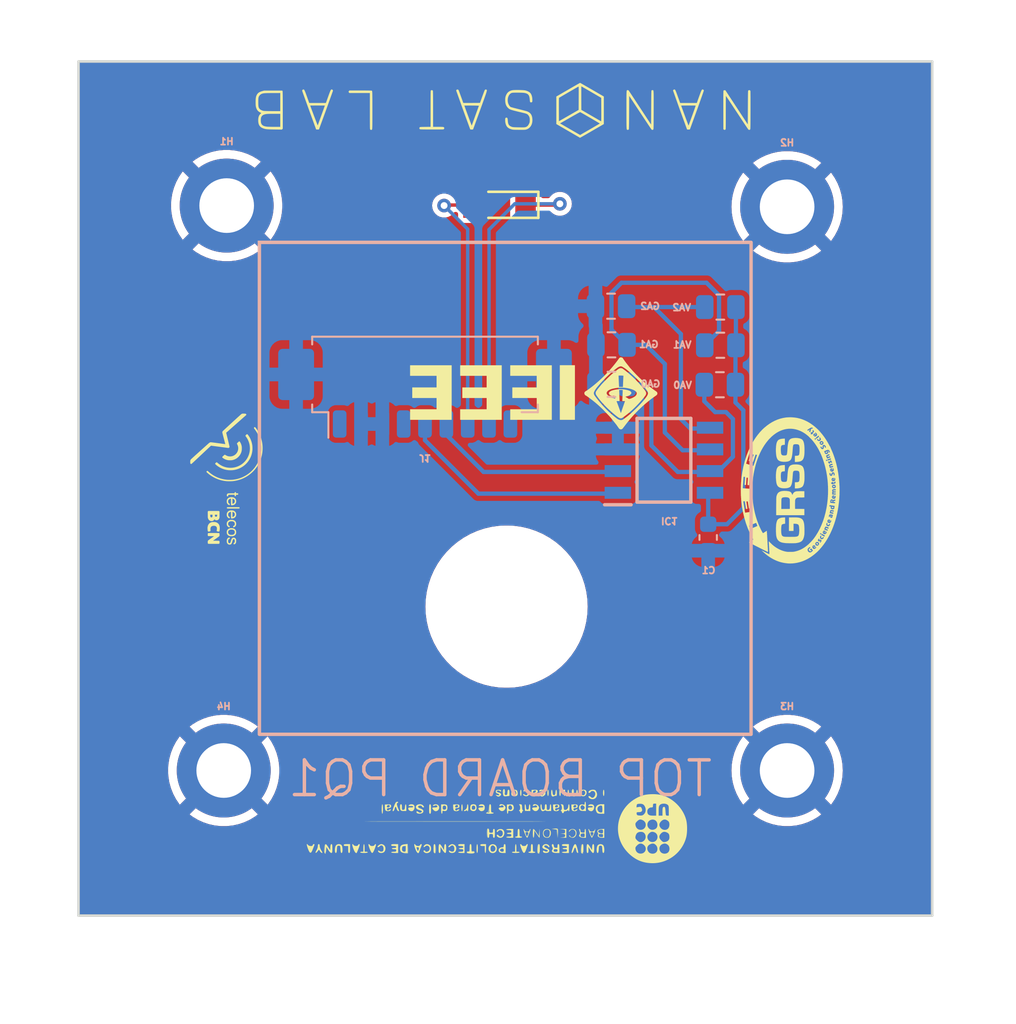
<source format=kicad_pcb>
(kicad_pcb (version 20221018) (generator pcbnew)
  (layers (0 "F.Cu" signal) (31 "B.Cu" signal) (34 "B.Paste" user) (35 "F.Paste" user) (36 "B.SilkS" user "B.Silkscreen") (37 "F.SilkS" user "F.Silkscreen") (38 "B.Mask" user) (39 "F.Mask" user) (44 "Edge.Cuts" user))
  (net 0 "")
  (net 1 "GND")
  (net 2 "/PH-")
  (net 3 "/PH+")
  (net 4 "/SDA")
  (net 5 "/SCL")
  (net 6 "/VCC")
  (net 7 "/SOLAR_Y")
  (net 8 "/3V3_PERM")
  (net 9 "/BURNCOMMS")
  (net 10 "Net-(IC1-A0)")
  (net 11 "Net-(IC1-A1)")
  (net 12 "Net-(IC1-A2)")
  (footprint "-nsl_passive:SLCD-61N8" (layer "F.Cu") (at 102.674 41.6015 180)
    (fp_text reference "D1" hide)
    (fp_text value "SLCD-61N8")
    (pad "1" smd rect (at 1.8855 -0.075 180) (size 1 1.5) (layers "F.Cu" "F.Paste" "F.Mask") (net 2 "/PH-"))
    (pad "2" smd rect (at -1.2645 -0.075 180) (size 1.2 1.2) (layers "F.Cu" "F.Paste" "F.Mask") (net 3 "/PH+"))
  )
  (footprint "MountingHole:MountingHole_3.2mm_M3_ISO14580_Pad" (layer "F.Cu") (at 86.4325 41.7089)
    (fp_text reference "H1" (at 0 -3.75 unlocked) (layer "B.SilkS") (effects (font (size 0.4 0.4) (thickness 0.1)) (justify mirror)))
    (fp_text value "MountingHole_Pad")
    (pad "1" thru_hole circle (at 0 0) (size 5.5 5.5) (drill 3.2) (layers "*.Cu" "*.Mask") (net 1 "GND"))
  )
  (footprint "-nsl_symbols:UPC_positiu" (layer "F.Cu") (at 102.5464 77.7622 180)
    (fp_text reference "Annotation5" hide)
    (fp_text value "Silkscreen_Annotation")
  )
  (footprint "MountingHole:MountingHole_3.2mm_M3_ISO14580_Pad" (layer "F.Cu") (at 119.26 41.78)
    (fp_text reference "H2" (at 0 -3.75 unlocked) (layer "B.SilkS") (effects (font (size 0.4 0.4)) (justify mirror)))
    (fp_text value "MountingHole_Pad")
    (pad "1" thru_hole circle (at 0 0) (size 5.5 5.5) (drill 3.2) (layers "*.Cu" "*.Mask") (net 1 "GND"))
  )
  (footprint "-nsl_symbols:IEEE_logo" (layer "F.Cu") (at 102.902 52.667 180)
    (fp_text reference "Annotation1" hide)
    (fp_text value "Silkscreen_Annotation")
  )
  (footprint "-nsl_symbols:NSL_long" (layer "F.Cu") (at 101.976298 36.05487 180)
    (fp_text reference "Annotation3" hide)
    (fp_text value "Silkscreen_Annotation")
  )
  (footprint "-nsl_symbols:GRSS" (layer "F.Cu") (at 119.525603 58.383679 90)
    (fp_text reference "Annotation2" hide)
    (fp_text value "Silkscreen_Annotation")
  )
  (footprint "MountingHole:MountingHole_3.2mm_M3_ISO14580_Pad" (layer "F.Cu") (at 119.26 74.78)
    (fp_text reference "H3" (at 0 -3.75 unlocked) (layer "B.SilkS") (effects (font (size 0.4 0.4)) (justify mirror)))
    (fp_text value "MountingHole_Pad")
    (pad "1" thru_hole circle (at 0 0) (size 5.5 5.5) (drill 3.2) (layers "*.Cu" "*.Mask") (net 1 "GND"))
  )
  (footprint "MountingHole:MountingHole_3.2mm_M3_ISO14580_Pad" (layer "F.Cu") (at 86.26 74.78)
    (fp_text reference "H4" (at 0 -3.75 unlocked) (layer "B.SilkS") (effects (font (size 0.4 0.4)) (justify mirror)))
    (fp_text value "MountingHole_Pad")
    (pad "1" thru_hole circle (at 0 0) (size 5.5 5.5) (drill 3.2) (layers "*.Cu" "*.Mask") (net 1 "GND"))
  )
  (footprint "-nsl_symbols:Telecos" (layer "F.Cu") (at 86.3666 58.0264 -90)
    (fp_text reference "Annotation4" hide)
    (fp_text value "Silkscreen_Annotation")
  )
  (footprint "MountingHole:MountingHole_8.4mm_M8" (layer "F.Cu") (at 102.826 65.187)
    (fp_text reference "H5" hide)
    (fp_text value "MountingHole")
    (pad "" np_thru_hole circle (at 0 0) (size 9 9) (drill 9) (layers "F&B.Cu" "*.Mask"))
  )
  (footprint "Connector_Molex:Molex_PicoBlade_53261-0971_1x09-1MP_P1.25mm_Horizontal" (layer "B.Cu") (at 98.0506 52.0954)
    (fp_text reference "J1" (at 0 4.4 180 unlocked) (layer "B.SilkS") (effects (font (size 0.4 0.4)) (justify mirror)))
    (fp_text value "Conn_01x11_MountingPin")
    (pad "1" smd roundrect (at -5 2.4) (size 0.8 1.6) (layers "B.Cu" "B.Paste" "B.Mask") (net 7 "/SOLAR_Y"))
    (pad "2" smd roundrect (at -3.75 2.4) (size 0.8 1.6) (layers "B.Cu" "B.Paste" "B.Mask") (net 1 "GND"))
    (pad "3" smd roundrect (at -2.5 2.4) (size 0.8 1.6) (layers "B.Cu" "B.Paste" "B.Mask") (net 1 "GND"))
    (pad "4" smd roundrect (at -1.25 2.4) (size 0.8 1.6) (layers "B.Cu" "B.Paste" "B.Mask") (net 8 "/3V3_PERM"))
    (pad "5" smd roundrect (at 0 2.4) (size 0.8 1.6) (layers "B.Cu" "B.Paste" "B.Mask") (net 4 "/SDA"))
    (pad "6" smd roundrect (at 1.25 2.4) (size 0.8 1.6) (layers "B.Cu" "B.Paste" "B.Mask") (net 5 "/SCL"))
    (pad "7" smd roundrect (at 2.5 2.4) (size 0.8 1.6) (layers "B.Cu" "B.Paste" "B.Mask") (net 2 "/PH-"))
    (pad "8" smd roundrect (at 3.75 2.4) (size 0.8 1.6) (layers "B.Cu" "B.Paste" "B.Mask") (net 3 "/PH+"))
    (pad "9" smd roundrect (at 5 2.4) (size 0.8 1.6) (layers "B.Cu" "B.Paste" "B.Mask") (net 9 "/BURNCOMMS"))
    (pad "MP" smd roundrect (at -7.55 -0.5) (size 2.1 3) (layers "B.Cu" "B.Paste" "B.Mask") (roundrect_rratio 0.1190480952) (net 1 "GND"))
    (pad "MP" smd roundrect (at 7.55 -0.5) (size 2.1 3) (layers "B.Cu" "B.Paste" "B.Mask") (roundrect_rratio 0.1190480952) (net 1 "GND"))
  )
  (footprint "Resistor_SMD:R_0805_2012Metric" (layer "B.Cu") (at 115.3226 52.197)
    (fp_text reference "VA0" (at -2.1844 0.0254 unlocked) (layer "B.SilkS") (effects (font (size 0.4 0.4)) (justify mirror)))
    (fp_text value "0R")
    (pad "1" smd roundrect (at -0.9125 0) (size 1.025 1.4) (layers "B.Cu" "B.Paste" "B.Mask") (roundrect_rratio 0.243902439) (net 10 "Net-(IC1-A0)"))
    (pad "2" smd roundrect (at 0.9125 0) (size 1.025 1.4) (layers "B.Cu" "B.Paste" "B.Mask") (roundrect_rratio 0.243902439) (net 6 "/VCC"))
  )
  (footprint "-nsl_sensor:TCN75AVOA" (layer "B.Cu") (at 112.0206 56.6674)
    (fp_text reference "IC1" (at 0.35 3.5 180 unlocked) (layer "B.SilkS") (effects (font (size 0.4 0.4)) (justify mirror)))
    (fp_text value "TCN75AVUA713")
    (pad "1" smd rect (at -2.675 1.855 270) (size 0.7 1.55) (layers "B.Cu" "B.Paste" "B.Mask") (net 4 "/SDA"))
    (pad "2" smd rect (at -2.675 0.585 270) (size 0.7 1.55) (layers "B.Cu" "B.Paste" "B.Mask") (net 5 "/SCL"))
    (pad "3" smd rect (at -2.675 -0.685 270) (size 0.7 1.55) (layers "B.Cu" "B.Paste" "B.Mask") (net 1 "GND"))
    (pad "4" smd rect (at -2.675 -1.955 270) (size 0.7 1.55) (layers "B.Cu" "B.Paste" "B.Mask") (net 1 "GND"))
    (pad "5" smd rect (at 2.725 -1.955 270) (size 0.7 1.55) (layers "B.Cu" "B.Paste" "B.Mask") (net 12 "Net-(IC1-A2)"))
    (pad "6" smd rect (at 2.725 -0.685 270) (size 0.7 1.55) (layers "B.Cu" "B.Paste" "B.Mask") (net 11 "Net-(IC1-A1)"))
    (pad "7" smd rect (at 2.725 0.585 270) (size 0.7 1.55) (layers "B.Cu" "B.Paste" "B.Mask") (net 10 "Net-(IC1-A0)"))
    (pad "8" smd rect (at 2.725 1.855 270) (size 0.7 1.55) (layers "B.Cu" "B.Paste" "B.Mask") (net 6 "/VCC"))
  )
  (footprint "Resistor_SMD:R_0805_2012Metric" (layer "B.Cu") (at 108.9726 52.1716)
    (fp_text reference "GA0" (at 2.286 -0.0254 unlocked) (layer "B.SilkS") (effects (font (size 0.4 0.4)) (justify mirror)))
    (fp_text value "0R")
    (pad "1" smd roundrect (at -0.9125 0) (size 1.025 1.4) (layers "B.Cu" "B.Paste" "B.Mask") (roundrect_rratio 0.243902439) (net 1 "GND"))
    (pad "2" smd roundrect (at 0.9125 0) (size 1.025 1.4) (layers "B.Cu" "B.Paste" "B.Mask") (roundrect_rratio 0.243902439) (net 10 "Net-(IC1-A0)"))
  )
  (footprint "Capacitor_SMD:C_0603_1608Metric" (layer "B.Cu") (at 114.6368 61.1378 -90)
    (fp_text reference "C1" (at 1.9304 -0.0254 unlocked) (layer "B.SilkS") (effects (font (size 0.4 0.4)) (justify mirror)))
    (fp_text value "1 uF")
    (pad "1" smd roundrect (at -0.775 0 270) (size 0.9 0.95) (layers "B.Cu" "B.Paste" "B.Mask") (net 6 "/VCC"))
    (pad "2" smd roundrect (at 0.775 0 270) (size 0.9 0.95) (layers "B.Cu" "B.Paste" "B.Mask") (net 1 "GND"))
  )
  (footprint "Resistor_SMD:R_0805_2012Metric" (layer "B.Cu") (at 115.348 47.6504)
    (fp_text reference "VA2" (at -2.2606 0.0254 unlocked) (layer "B.SilkS") (effects (font (size 0.4 0.4)) (justify mirror)))
    (fp_text value "0R")
    (pad "1" smd roundrect (at -0.9125 0) (size 1.025 1.4) (layers "B.Cu" "B.Paste" "B.Mask") (roundrect_rratio 0.243902439) (net 12 "Net-(IC1-A2)"))
    (pad "2" smd roundrect (at 0.9125 0) (size 1.025 1.4) (layers "B.Cu" "B.Paste" "B.Mask") (roundrect_rratio 0.243902439) (net 6 "/VCC"))
  )
  (footprint "Resistor_SMD:R_0805_2012Metric" (layer "B.Cu") (at 108.9726 49.8602)
    (fp_text reference "GA1" (at 2.1844 -0.0254 unlocked) (layer "B.SilkS") (effects (font (size 0.4 0.4)) (justify mirror)))
    (fp_text value "0R")
    (pad "1" smd roundrect (at -0.9125 0) (size 1.025 1.4) (layers "B.Cu" "B.Paste" "B.Mask") (roundrect_rratio 0.243902439) (net 1 "GND"))
    (pad "2" smd roundrect (at 0.9125 0) (size 1.025 1.4) (layers "B.Cu" "B.Paste" "B.Mask") (roundrect_rratio 0.243902439) (net 11 "Net-(IC1-A1)"))
  )
  (footprint "Resistor_SMD:R_0805_2012Metric" (layer "B.Cu") (at 108.9472 47.5996)
    (fp_text reference "GA2" (at 2.286 0 unlocked) (layer "B.SilkS") (effects (font (size 0.4 0.4)) (justify mirror)))
    (fp_text value "0R")
    (pad "1" smd roundrect (at -0.9125 0) (size 1.025 1.4) (layers "B.Cu" "B.Paste" "B.Mask") (roundrect_rratio 0.243902439) (net 1 "GND"))
    (pad "2" smd roundrect (at 0.9125 0) (size 1.025 1.4) (layers "B.Cu" "B.Paste" "B.Mask") (roundrect_rratio 0.243902439) (net 12 "Net-(IC1-A2)"))
  )
  (footprint "Resistor_SMD:R_0805_2012Metric" (layer "B.Cu") (at 115.348 49.8856)
    (fp_text reference "VA1" (at -2.2352 -0.0254 unlocked) (layer "B.SilkS") (effects (font (size 0.4 0.4)) (justify mirror)))
    (fp_text value "0R")
    (pad "1" smd roundrect (at -0.9125 0) (size 1.025 1.4) (layers "B.Cu" "B.Paste" "B.Mask") (roundrect_rratio 0.243902439) (net 11 "Net-(IC1-A1)"))
    (pad "2" smd roundrect (at 0.9125 0) (size 1.025 1.4) (layers "B.Cu" "B.Paste" "B.Mask") (roundrect_rratio 0.243902439) (net 6 "/VCC"))
  )
  (gr_rect (start 88.3494 43.8612) (end 117.1494 72.6612) (stroke (width 0.2)) (fill none) (layer "B.SilkS"))
  (gr_line (start 127.756 33.274) (end 127.756 83.274) (stroke (width 0.15)) (layer "Edge.Cuts"))
  (gr_line (start 77.756 83.274) (end 127.756 83.274) (stroke (width 0.15)) (layer "Edge.Cuts"))
  (gr_line (start 77.756 33.274) (end 77.756 83.274) (stroke (width 0.15)) (layer "Edge.Cuts"))
  (gr_line (start 77.756 33.274) (end 127.756 33.274) (stroke (width 0.15)) (layer "Edge.Cuts"))
  (gr_text "TOP BOARD PQ1" (at 115.0178 75.2602) (layer "B.SilkS") (effects (font (size 2.032 2.032) (thickness 0.203)) (justify left mirror)))
  (segment (start 99.1985 41.6765) (end 99.1682 41.7068) (width 0.2) (layer "F.Cu") (net 2))
  (segment (start 100.7885 41.6765) (end 99.1985 41.6765) (width 0.2) (layer "F.Cu") (net 2))
  (via (at 99.1682 41.7068) (size 0.8) (drill 0.4) (layers "F.Cu" "B.Cu") (net 2))
  (segment (start 100.5506 54.4954) (end 100.5506 43.0892) (width 0.2) (layer "B.Cu") (net 2))
  (segment (start 100.5506 43.0892) (end 99.1682 41.7068) (width 0.2) (layer "B.Cu") (net 2))
  (segment (start 103.9385 41.6765) (end 105.8787 41.6765) (width 0.2) (layer "F.Cu") (net 3))
  (segment (start 105.8787 41.6765) (end 105.95 41.6052) (width 0.2) (layer "F.Cu") (net 3))
  (via (at 105.95 41.6052) (size 0.8) (drill 0.4) (layers "F.Cu" "B.Cu") (net 3))
  (segment (start 101.8006 43.113) (end 103.3084 41.6052) (width 0.2) (layer "B.Cu") (net 3))
  (segment (start 103.3084 41.6052) (end 105.95 41.6052) (width 0.2) (layer "B.Cu") (net 3))
  (segment (start 101.8006 54.4954) (end 101.8006 43.113) (width 0.2) (layer "B.Cu") (net 3))
  (segment (start 98.0506 55.4482) (end 101.1748 58.5724) (width 0.25) (layer "B.Cu") (net 4))
  (segment (start 101.1748 58.5724) (end 109.3956 58.5724) (width 0.25) (layer "B.Cu") (net 4))
  (segment (start 98.0506 54.4954) (end 98.0506 55.4482) (width 0.25) (layer "B.Cu") (net 4))
  (segment (start 99.3006 54.4954) (end 99.3006 55.1234) (width 0.25) (layer "B.Cu") (net 5))
  (segment (start 101.4796 57.3024) (end 109.3956 57.3024) (width 0.25) (layer "B.Cu") (net 5))
  (segment (start 99.3006 55.1234) (end 101.4796 57.3024) (width 0.25) (layer "B.Cu") (net 5))
  (segment (start 116.6942 53.6956) (end 116.2351 53.2365) (width 0.25) (layer "B.Cu") (net 6))
  (segment (start 114.6368 60.3628) (end 115.742 60.3628) (width 0.25) (layer "B.Cu") (net 6))
  (segment (start 116.2605 49.8856) (end 116.2605 47.6504) (width 0.25) (layer "B.Cu") (net 6))
  (segment (start 116.6942 59.4106) (end 116.6942 53.6956) (width 0.25) (layer "B.Cu") (net 6))
  (segment (start 115.742 60.3628) (end 116.6942 59.4106) (width 0.25) (layer "B.Cu") (net 6))
  (segment (start 116.2351 52.197) (end 116.2351 49.911) (width 0.25) (layer "B.Cu") (net 6))
  (segment (start 114.6368 60.3628) (end 114.6368 58.5812) (width 0.25) (layer "B.Cu") (net 6))
  (segment (start 114.6368 58.5812) (end 114.6456 58.5724) (width 0.25) (layer "B.Cu") (net 6))
  (segment (start 116.2351 53.2365) (end 116.2351 52.197) (width 0.25) (layer "B.Cu") (net 6))
  (segment (start 109.8851 52.1716) (end 110.8014 52.1716) (width 0.25) (layer "B.Cu") (net 10))
  (segment (start 116.0846 56.4134) (end 115.4496 57.0484) (width 0.25) (layer "B.Cu") (net 10))
  (segment (start 116.0846 54.2036) (end 116.0846 56.4134) (width 0.25) (layer "B.Cu") (net 10))
  (segment (start 110.8014 52.1716) (end 111.3094 52.6796) (width 0.25) (layer "B.Cu") (net 10))
  (segment (start 111.3094 52.6796) (end 111.3094 55.753) (width 0.25) (layer "B.Cu") (net 10))
  (segment (start 115.0432 53.7972) (end 115.6782 53.7972) (width 0.25) (layer "B.Cu") (net 10))
  (segment (start 111.3094 55.753) (end 112.8588 57.3024) (width 0.25) (layer "B.Cu") (net 10))
  (segment (start 112.8588 57.3024) (end 114.6456 57.3024) (width 0.25) (layer "B.Cu") (net 10))
  (segment (start 114.4101 53.1641) (end 115.0432 53.7972) (width 0.25) (layer "B.Cu") (net 10))
  (segment (start 115.6782 53.7972) (end 116.0846 54.2036) (width 0.25) (layer "B.Cu") (net 10))
  (segment (start 114.4101 52.197) (end 114.4101 53.1641) (width 0.25) (layer "B.Cu") (net 10))
  (segment (start 108.9726 46.811027) (end 108.9726 48.9712) (width 0.25) (layer "B.Cu") (net 11))
  (segment (start 112.0968 54.991) (end 113.1382 56.0324) (width 0.25) (layer "B.Cu") (net 11))
  (segment (start 112.0968 50.9778) (end 112.0968 54.991) (width 0.25) (layer "B.Cu") (net 11))
  (segment (start 114.538773 46.228) (end 109.555627 46.228) (width 0.25) (layer "B.Cu") (net 11))
  (segment (start 115.273 49.0481) (end 115.273 46.962227) (width 0.25) (layer "B.Cu") (net 11))
  (segment (start 113.1382 56.0324) (end 114.6456 56.0324) (width 0.25) (layer "B.Cu") (net 11))
  (segment (start 109.8851 49.8602) (end 110.9792 49.8602) (width 0.25) (layer "B.Cu") (net 11))
  (segment (start 108.9726 48.9712) (end 109.8616 49.8602) (width 0.25) (layer "B.Cu") (net 11))
  (segment (start 114.4355 49.8856) (end 115.273 49.0481) (width 0.25) (layer "B.Cu") (net 11))
  (segment (start 115.273 46.962227) (end 114.538773 46.228) (width 0.25) (layer "B.Cu") (net 11))
  (segment (start 109.8616 49.8602) (end 109.8851 49.8602) (width 0.25) (layer "B.Cu") (net 11))
  (segment (start 110.9792 49.8602) (end 112.0968 50.9778) (width 0.25) (layer "B.Cu") (net 11))
  (segment (start 109.555627 46.228) (end 108.9726 46.811027) (width 0.25) (layer "B.Cu") (net 11))
  (segment (start 111.4618 47.6504) (end 109.9105 47.6504) (width 0.25) (layer "B.Cu") (net 12))
  (segment (start 109.9105 47.6504) (end 109.8597 47.5996) (width 0.25) (layer "B.Cu") (net 12))
  (segment (start 111.4618 47.6504) (end 113.0366 49.2252) (width 0.25) (layer "B.Cu") (net 12))
  (segment (start 113.5954 54.7624) (end 114.6456 54.7624) (width 0.25) (layer "B.Cu") (net 12))
  (segment (start 113.0366 49.2252) (end 113.0366 54.2036) (width 0.25) (layer "B.Cu") (net 12))
  (segment (start 114.4355 47.6504) (end 111.4618 47.6504) (width 0.25) (layer "B.Cu") (net 12))
  (segment (start 113.0366 54.2036) (end 113.5954 54.7624) (width 0.25) (layer "B.Cu") (net 12))
  (zone (net 1) (net_name "GND") (layers "F&B.Cu") (connect_pads (clearance 0.3)) (min_thickness 0.254) (fill yes (thermal_gap 0.508) (thermal_bridge_width 0.8))
    (polygon (pts (xy 73.155 29.673) (xy 132.27 29.673) (xy 132.67 30.073) (xy 132.67 89.438) (xy 132.47 89.638) (xy 73.255 89.638)))
  )
)
</source>
